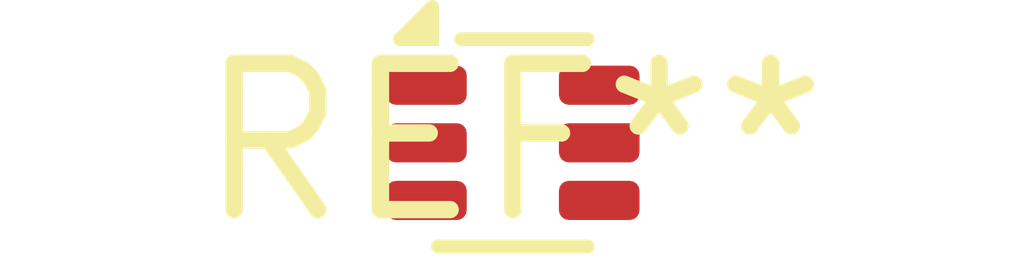
<source format=kicad_pcb>
(kicad_pcb (version 20240108) (generator pcbnew)
  (layers (0 "F.Cu" signal) (31 "B.Cu" signal) (34 "B.Paste" user) (35 "F.Paste" user) (36 "B.SilkS" user "B.Silkscreen") (37 "F.SilkS" user "F.Silkscreen") (38 "B.Mask" user) (39 "F.Mask" user) (44 "Edge.Cuts" user))
  (net 0 "")
  (footprint "SOT-563" (layer "F.Cu") (at 0 0)
    (property "Reference" "REF**")
    (property "Value" "SOT-563")
    (fp_line (start 0.65 -0.9) (end -0.45 -0.9) (layer "F.SilkS") (stroke (width 0.12)))
    (fp_line (start 0.65 0.9) (end -0.65 0.9) (layer "F.SilkS") (stroke (width 0.12)))
    (fp_poly (pts (xy -0.7 -0.9) (xy -0.98 -0.9) (xy -0.7 -1.18) (xy -0.7 -0.9)) (layer "F.SilkS") (stroke (width 0.12)) (fill solid))
    (pad "1" smd roundrect (at -0.75 -0.5) (size 0.7 0.34) (layers "F.Cu" "F.Paste" "F.Mask"))
    (pad "2" smd roundrect (at -0.75 0) (size 0.7 0.34) (layers "F.Cu" "F.Paste" "F.Mask"))
    (pad "3" smd roundrect (at -0.75 0.5) (size 0.7 0.34) (layers "F.Cu" "F.Paste" "F.Mask"))
    (pad "4" smd roundrect (at 0.75 0.5) (size 0.7 0.34) (layers "F.Cu" "F.Paste" "F.Mask"))
    (pad "5" smd roundrect (at 0.75 0) (size 0.7 0.34) (layers "F.Cu" "F.Paste" "F.Mask"))
    (pad "6" smd roundrect (at 0.75 -0.5) (size 0.7 0.34) (layers "F.Cu" "F.Paste" "F.Mask"))
  )
)
</source>
